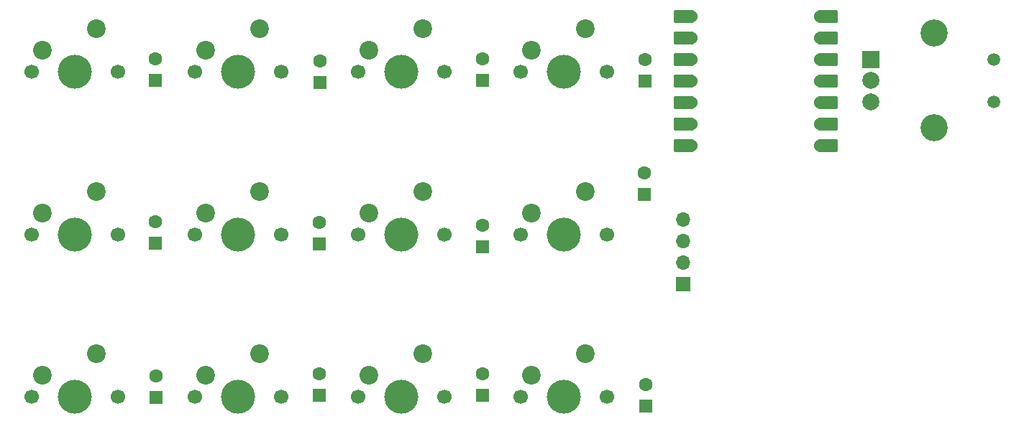
<source format=gbr>
%TF.GenerationSoftware,KiCad,Pcbnew,9.0.2*%
%TF.CreationDate,2025-07-04T04:15:55-07:00*%
%TF.ProjectId,HackPad_Dristi,4861636b-5061-4645-9f44-72697374692e,rev?*%
%TF.SameCoordinates,Original*%
%TF.FileFunction,Soldermask,Top*%
%TF.FilePolarity,Negative*%
%FSLAX46Y46*%
G04 Gerber Fmt 4.6, Leading zero omitted, Abs format (unit mm)*
G04 Created by KiCad (PCBNEW 9.0.2) date 2025-07-04 04:15:55*
%MOMM*%
%LPD*%
G01*
G04 APERTURE LIST*
G04 Aperture macros list*
%AMRoundRect*
0 Rectangle with rounded corners*
0 $1 Rounding radius*
0 $2 $3 $4 $5 $6 $7 $8 $9 X,Y pos of 4 corners*
0 Add a 4 corners polygon primitive as box body*
4,1,4,$2,$3,$4,$5,$6,$7,$8,$9,$2,$3,0*
0 Add four circle primitives for the rounded corners*
1,1,$1+$1,$2,$3*
1,1,$1+$1,$4,$5*
1,1,$1+$1,$6,$7*
1,1,$1+$1,$8,$9*
0 Add four rect primitives between the rounded corners*
20,1,$1+$1,$2,$3,$4,$5,0*
20,1,$1+$1,$4,$5,$6,$7,0*
20,1,$1+$1,$6,$7,$8,$9,0*
20,1,$1+$1,$8,$9,$2,$3,0*%
G04 Aperture macros list end*
%ADD10R,1.700000X1.700000*%
%ADD11O,1.700000X1.700000*%
%ADD12C,1.500000*%
%ADD13R,2.000000X2.000000*%
%ADD14C,2.000000*%
%ADD15C,3.200000*%
%ADD16RoundRect,0.152400X1.063600X0.609600X-1.063600X0.609600X-1.063600X-0.609600X1.063600X-0.609600X0*%
%ADD17C,1.524000*%
%ADD18RoundRect,0.152400X-1.063600X-0.609600X1.063600X-0.609600X1.063600X0.609600X-1.063600X0.609600X0*%
%ADD19RoundRect,0.250000X0.550000X-0.550000X0.550000X0.550000X-0.550000X0.550000X-0.550000X-0.550000X0*%
%ADD20C,1.600000*%
%ADD21C,1.700000*%
%ADD22C,4.000000*%
%ADD23C,2.200000*%
G04 APERTURE END LIST*
D10*
%TO.C,J1*%
X177900000Y-89120000D03*
D11*
X177900000Y-86580000D03*
X177900000Y-84040000D03*
X177900000Y-81500000D03*
%TD*%
D12*
%TO.C,SW13*%
X214500000Y-62600000D03*
X214500000Y-67600000D03*
D13*
X200000000Y-62600000D03*
D14*
X200000000Y-67600000D03*
X200000000Y-65100000D03*
D15*
X207500000Y-59500000D03*
X207500000Y-70700000D03*
%TD*%
D16*
%TO.C,U2*%
X178045000Y-57548500D03*
D17*
X178880000Y-57548500D03*
D16*
X178045000Y-60088500D03*
D17*
X178880000Y-60088500D03*
D16*
X178045000Y-62628500D03*
D17*
X178880000Y-62628500D03*
D16*
X178045000Y-65168500D03*
D17*
X178880000Y-65168500D03*
D16*
X178045000Y-67708500D03*
D17*
X178880000Y-67708500D03*
D16*
X178045000Y-70248500D03*
D17*
X178880000Y-70248500D03*
D16*
X178045000Y-72788500D03*
D17*
X178880000Y-72788500D03*
X194120000Y-72788500D03*
D18*
X194955000Y-72788500D03*
D17*
X194120000Y-70248500D03*
D18*
X194955000Y-70248500D03*
D17*
X194120000Y-67708500D03*
D18*
X194955000Y-67708500D03*
D17*
X194120000Y-65168500D03*
D18*
X194955000Y-65168500D03*
D17*
X194120000Y-62628500D03*
D18*
X194955000Y-62628500D03*
D17*
X194120000Y-60088500D03*
D18*
X194955000Y-60088500D03*
D17*
X194120000Y-57548500D03*
D18*
X194955000Y-57548500D03*
%TD*%
D19*
%TO.C,D11*%
X154300000Y-102214315D03*
D20*
X154300000Y-99674315D03*
%TD*%
D19*
%TO.C,D1*%
X115800000Y-65114315D03*
D20*
X115800000Y-62574315D03*
%TD*%
D19*
%TO.C,D5*%
X115800000Y-84314315D03*
D20*
X115800000Y-81774315D03*
%TD*%
D21*
%TO.C,SW7*%
X139630000Y-83250000D03*
D22*
X144710000Y-83250000D03*
D21*
X149790000Y-83250000D03*
D23*
X147250000Y-78170000D03*
X140900000Y-80710000D03*
%TD*%
D21*
%TO.C,SW11*%
X139630000Y-102450000D03*
D22*
X144710000Y-102450000D03*
D21*
X149790000Y-102450000D03*
D23*
X147250000Y-97370000D03*
X140900000Y-99910000D03*
%TD*%
D19*
%TO.C,D2*%
X135200000Y-65340000D03*
D20*
X135200000Y-62800000D03*
%TD*%
D19*
%TO.C,D8*%
X173400000Y-78540000D03*
D20*
X173400000Y-76000000D03*
%TD*%
D21*
%TO.C,SW4*%
X158830000Y-64050000D03*
D22*
X163910000Y-64050000D03*
D21*
X168990000Y-64050000D03*
D23*
X166450000Y-58970000D03*
X160100000Y-61510000D03*
%TD*%
D21*
%TO.C,SW2*%
X120430000Y-64050000D03*
D22*
X125510000Y-64050000D03*
D21*
X130590000Y-64050000D03*
D23*
X128050000Y-58970000D03*
X121700000Y-61510000D03*
%TD*%
D19*
%TO.C,D6*%
X135100000Y-84364315D03*
D20*
X135100000Y-81824315D03*
%TD*%
D21*
%TO.C,SW12*%
X158830000Y-102450000D03*
D22*
X163910000Y-102450000D03*
D21*
X168990000Y-102450000D03*
D23*
X166450000Y-97370000D03*
X160100000Y-99910000D03*
%TD*%
D19*
%TO.C,D7*%
X154300000Y-84714315D03*
D20*
X154300000Y-82174315D03*
%TD*%
D21*
%TO.C,SW10*%
X120430000Y-102450000D03*
D22*
X125510000Y-102450000D03*
D21*
X130590000Y-102450000D03*
D23*
X128050000Y-97370000D03*
X121700000Y-99910000D03*
%TD*%
D19*
%TO.C,D9*%
X115900000Y-102514315D03*
D20*
X115900000Y-99974315D03*
%TD*%
D19*
%TO.C,D12*%
X173500000Y-103554315D03*
D20*
X173500000Y-101014315D03*
%TD*%
D19*
%TO.C,D10*%
X135100000Y-102214315D03*
D20*
X135100000Y-99674315D03*
%TD*%
D21*
%TO.C,SW1*%
X101230000Y-64050000D03*
D22*
X106310000Y-64050000D03*
D21*
X111390000Y-64050000D03*
D23*
X108850000Y-58970000D03*
X102500000Y-61510000D03*
%TD*%
D19*
%TO.C,D4*%
X173490000Y-65140000D03*
D20*
X173490000Y-62600000D03*
%TD*%
D21*
%TO.C,SW6*%
X120430000Y-83250000D03*
D22*
X125510000Y-83250000D03*
D21*
X130590000Y-83250000D03*
D23*
X128050000Y-78170000D03*
X121700000Y-80710000D03*
%TD*%
D21*
%TO.C,SW3*%
X139630000Y-64050000D03*
D22*
X144710000Y-64050000D03*
D21*
X149790000Y-64050000D03*
D23*
X147250000Y-58970000D03*
X140900000Y-61510000D03*
%TD*%
D21*
%TO.C,SW5*%
X101230000Y-83250000D03*
D22*
X106310000Y-83250000D03*
D21*
X111390000Y-83250000D03*
D23*
X108850000Y-78170000D03*
X102500000Y-80710000D03*
%TD*%
D21*
%TO.C,SW9*%
X101230000Y-102450000D03*
D22*
X106310000Y-102450000D03*
D21*
X111390000Y-102450000D03*
D23*
X108850000Y-97370000D03*
X102500000Y-99910000D03*
%TD*%
D21*
%TO.C,SW8*%
X158830000Y-83250000D03*
D22*
X163910000Y-83250000D03*
D21*
X168990000Y-83250000D03*
D23*
X166450000Y-78170000D03*
X160100000Y-80710000D03*
%TD*%
D19*
%TO.C,D3*%
X154310000Y-65114315D03*
D20*
X154310000Y-62574315D03*
%TD*%
M02*

</source>
